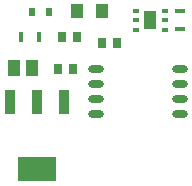
<source format=gtp>
G04*
G04 #@! TF.GenerationSoftware,Altium Limited,Altium Designer,20.1.14 (287)*
G04*
G04 Layer_Color=8421504*
%FSLAX25Y25*%
%MOIN*%
G70*
G04*
G04 #@! TF.SameCoordinates,6E086365-E2DE-403D-A888-8F504F8E791D*
G04*
G04*
G04 #@! TF.FilePolarity,Positive*
G04*
G01*
G75*
%ADD16R,0.02362X0.03150*%
%ADD17R,0.03347X0.01772*%
%ADD18O,0.05315X0.02362*%
%ADD19R,0.04134X0.05906*%
%ADD20R,0.02165X0.01575*%
%ADD21R,0.02756X0.03347*%
%ADD22R,0.04134X0.05315*%
%ADD23R,0.03543X0.08268*%
%ADD24R,0.12598X0.08268*%
%ADD25R,0.04331X0.04724*%
%ADD26R,0.01772X0.03347*%
%ADD27R,0.02953X0.03347*%
D16*
X234791Y448700D02*
D03*
X240500D02*
D03*
D17*
X284100Y448753D02*
D03*
Y442847D02*
D03*
D18*
X256144Y429700D02*
D03*
Y424700D02*
D03*
Y419700D02*
D03*
Y414700D02*
D03*
X283900Y429700D02*
D03*
Y424700D02*
D03*
Y419700D02*
D03*
Y414700D02*
D03*
D19*
X274200Y445828D02*
D03*
D20*
X269377Y442678D02*
D03*
Y445828D02*
D03*
Y448978D02*
D03*
X279023Y442678D02*
D03*
Y445828D02*
D03*
Y448978D02*
D03*
D21*
X249661Y440100D02*
D03*
X244739D02*
D03*
X248421Y429700D02*
D03*
X243500D02*
D03*
D22*
X228800Y430000D02*
D03*
X234706D02*
D03*
D23*
X245455Y418621D02*
D03*
X236400D02*
D03*
X227345D02*
D03*
D24*
X236400Y396180D02*
D03*
D25*
X249735Y448900D02*
D03*
X258002D02*
D03*
D26*
X237100Y440300D02*
D03*
X231194D02*
D03*
D27*
X263000Y438200D02*
D03*
X257882D02*
D03*
M02*

</source>
